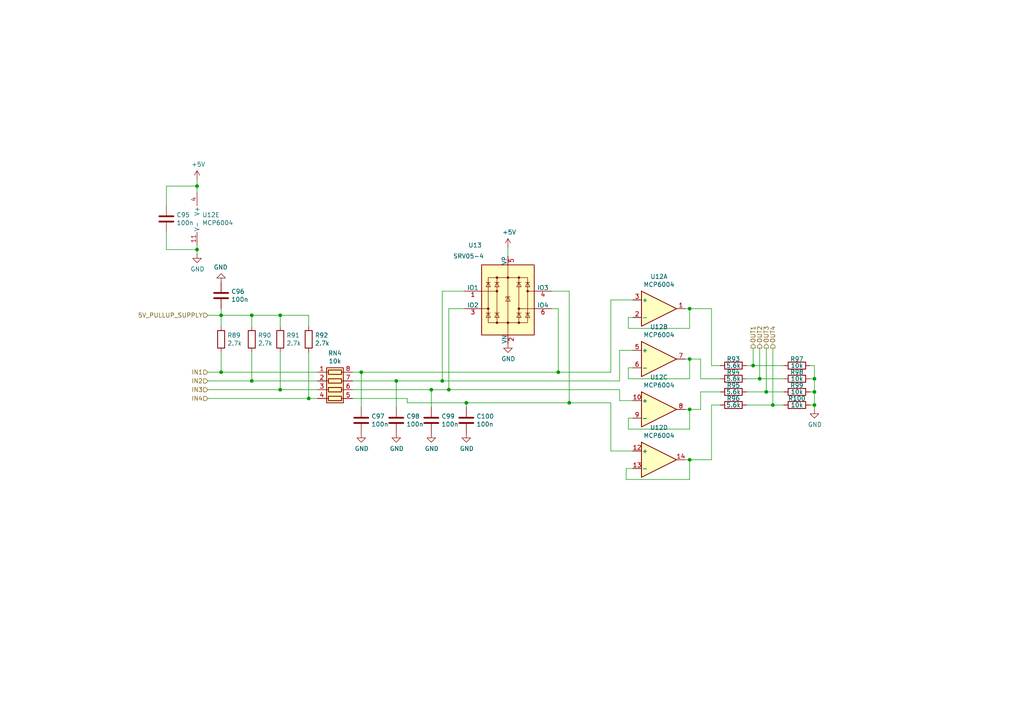
<source format=kicad_sch>
(kicad_sch (version 20231120) (generator "eeschema") (generator_version "8.0")
  (paper "A4")
  (lib_symbols
    (symbol "Amplifier_Operational:MCP6004" (pin_names (offset 0.127))
      (property "Reference" "U" (at 0 5.08 0))
      (property "Value" "MCP6004" (at 0 -5.08 0))
      (symbol "MCP6004_1_1"
        (polyline (pts (xy -5.08 5.08) (xy 5.08 0) (xy -5.08 -5.08) (xy -5.08 5.08)) (stroke (width 0.254)) (fill (type background)))
        (pin output line (at 7.62 0 180) (length 2.54) (name "~") (number "1"))
        (pin input line (at -7.62 -2.54 0) (length 2.54) (name "-") (number "2"))
        (pin input line (at -7.62 2.54 0) (length 2.54) (name "+") (number "3"))
      )
      (symbol "MCP6004_2_1"
        (polyline (pts (xy -5.08 5.08) (xy 5.08 0) (xy -5.08 -5.08) (xy -5.08 5.08)) (stroke (width 0.254)) (fill (type background)))
        (pin input line (at -7.62 2.54 0) (length 2.54) (name "+") (number "5"))
        (pin input line (at -7.62 -2.54 0) (length 2.54) (name "-") (number "6"))
        (pin output line (at 7.62 0 180) (length 2.54) (name "~") (number "7"))
      )
      (symbol "MCP6004_3_1"
        (polyline (pts (xy -5.08 5.08) (xy 5.08 0) (xy -5.08 -5.08) (xy -5.08 5.08)) (stroke (width 0.254)) (fill (type background)))
        (pin input line (at -7.62 2.54 0) (length 2.54) (name "+") (number "10"))
        (pin output line (at 7.62 0 180) (length 2.54) (name "~") (number "8"))
        (pin input line (at -7.62 -2.54 0) (length 2.54) (name "-") (number "9"))
      )
      (symbol "MCP6004_4_1"
        (polyline (pts (xy -5.08 5.08) (xy 5.08 0) (xy -5.08 -5.08) (xy -5.08 5.08)) (stroke (width 0.254)) (fill (type background)))
        (pin input line (at -7.62 2.54 0) (length 2.54) (name "+") (number "12"))
        (pin input line (at -7.62 -2.54 0) (length 2.54) (name "-") (number "13"))
        (pin output line (at 7.62 0 180) (length 2.54) (name "~") (number "14"))
      )
      (symbol "MCP6004_5_1"
        (pin power_in line (at -2.54 -7.62 90) (length 3.81) (name "V-") (number "11"))
        (pin power_in line (at -2.54 7.62 270) (length 3.81) (name "V+") (number "4"))
      )
    )
    (symbol "Device:C" (pin_numbers hide) (pin_names (offset 0.254))
      (property "Reference" "C" (at 0.635 2.54 0))
      (property "Value" "C" (at 0.635 -2.54 0))
      (symbol "C_0_1"
        (polyline (pts (xy -2.032 -0.762) (xy 2.032 -0.762)) (stroke (width 0.508)))
        (polyline (pts (xy -2.032 0.762) (xy 2.032 0.762)) (stroke (width 0.508)))
      )
      (symbol "C_1_1"
        (pin passive line (at 0 3.81 270) (length 2.794) (name "~") (number "1"))
        (pin passive line (at 0 -3.81 90) (length 2.794) (name "~") (number "2"))
      )
    )
    (symbol "Device:R" (pin_numbers hide) (pin_names (offset 0))
      (property "Reference" "R" (at 2.032 0 90))
      (property "Value" "R" (at 0 0 90))
      (symbol "R_0_1"
        (rectangle (start -1.016 -2.54) (end 1.016 2.54) (stroke (width 0.254)))
      )
      (symbol "R_1_1"
        (pin passive line (at 0 3.81 270) (length 1.27) (name "~") (number "1"))
        (pin passive line (at 0 -3.81 90) (length 1.27) (name "~") (number "2"))
      )
    )
    (symbol "Device:R_Pack04" (pin_names (offset 0) hide)
      (property "Reference" "RN" (at -7.62 0 90))
      (property "Value" "R_Pack04" (at 5.08 0 90))
      (symbol "R_Pack04_0_1"
        (rectangle (start -6.35 -2.413) (end 3.81 2.413) (stroke (width 0.254)) (fill (type background)))
        (rectangle (start -5.715 1.905) (end -4.445 -1.905) (stroke (width 0.254)))
        (rectangle (start -3.175 1.905) (end -1.905 -1.905) (stroke (width 0.254)))
        (rectangle (start -0.635 1.905) (end 0.635 -1.905) (stroke (width 0.254)))
        (polyline (pts (xy -5.08 -2.54) (xy -5.08 -1.905)))
        (polyline (pts (xy -5.08 1.905) (xy -5.08 2.54)))
        (polyline (pts (xy -2.54 -2.54) (xy -2.54 -1.905)))
        (polyline (pts (xy -2.54 1.905) (xy -2.54 2.54)))
        (polyline (pts (xy 0 -2.54) (xy 0 -1.905)))
        (polyline (pts (xy 0 1.905) (xy 0 2.54)))
        (polyline (pts (xy 2.54 -2.54) (xy 2.54 -1.905)))
        (polyline (pts (xy 2.54 1.905) (xy 2.54 2.54)))
        (rectangle (start 1.905 1.905) (end 3.175 -1.905) (stroke (width 0.254)))
      )
      (symbol "R_Pack04_1_1"
        (pin passive line (at -5.08 -5.08 90) (length 2.54) (name "R1.1") (number "1"))
        (pin passive line (at -2.54 -5.08 90) (length 2.54) (name "R2.1") (number "2"))
        (pin passive line (at 0 -5.08 90) (length 2.54) (name "R3.1") (number "3"))
        (pin passive line (at 2.54 -5.08 90) (length 2.54) (name "R4.1") (number "4"))
        (pin passive line (at 2.54 5.08 270) (length 2.54) (name "R4.2") (number "5"))
        (pin passive line (at 0 5.08 270) (length 2.54) (name "R3.2") (number "6"))
        (pin passive line (at -2.54 5.08 270) (length 2.54) (name "R2.2") (number "7"))
        (pin passive line (at -5.08 5.08 270) (length 2.54) (name "R1.2") (number "8"))
      )
    )
    (symbol "Power_Protection:SRV05-4" (pin_names (offset 0))
      (property "Reference" "U" (at -5.08 11.43 0))
      (property "Value" "SRV05-4" (at 2.54 11.43 0))
      (symbol "SRV05-4_0_0"
        (rectangle (start -5.715 6.477) (end 5.715 -6.604))
        (polyline (pts (xy -3.175 -6.604) (xy -3.175 6.477)))
        (polyline (pts (xy 3.175 6.477) (xy 3.175 -6.604)))
      )
      (symbol "SRV05-4_0_1"
        (rectangle (start -7.62 10.16) (end 7.62 -10.16) (stroke (width 0.254)) (fill (type background)))
        (circle (center -5.715 -2.54) (radius 0.2794) (fill (type outline)))
        (circle (center -3.175 -6.604) (radius 0.2794) (fill (type outline)))
        (circle (center -3.175 2.54) (radius 0.2794) (fill (type outline)))
        (circle (center -3.175 6.477) (radius 0.2794) (fill (type outline)))
        (circle (center 0 -6.604) (radius 0.2794) (fill (type outline)))
        (polyline (pts (xy -7.747 2.54) (xy -3.175 2.54)))
        (polyline (pts (xy -7.62 -2.54) (xy -5.715 -2.54)))
        (polyline (pts (xy -5.08 -3.81) (xy -6.35 -3.81)))
        (polyline (pts (xy -5.08 5.08) (xy -6.35 5.08)))
        (polyline (pts (xy -2.54 -3.81) (xy -3.81 -3.81)))
        (polyline (pts (xy -2.54 5.08) (xy -3.81 5.08)))
        (polyline (pts (xy 0 10.16) (xy 0 -10.16)))
        (polyline (pts (xy 3.81 -3.81) (xy 2.54 -3.81)))
        (polyline (pts (xy 3.81 5.08) (xy 2.54 5.08)))
        (polyline (pts (xy 6.35 -3.81) (xy 5.08 -3.81)))
        (polyline (pts (xy 6.35 5.08) (xy 5.08 5.08)))
        (polyline (pts (xy 7.62 -2.54) (xy 3.175 -2.54)))
        (polyline (pts (xy 7.62 2.54) (xy 5.715 2.54)))
        (polyline (pts (xy 0.635 0.889) (xy -0.635 0.889) (xy -0.635 0.635)))
        (polyline (pts (xy -5.08 -5.08) (xy -6.35 -5.08) (xy -5.715 -3.81) (xy -5.08 -5.08)))
        (polyline (pts (xy -5.08 3.81) (xy -6.35 3.81) (xy -5.715 5.08) (xy -5.08 3.81)))
        (polyline (pts (xy -2.54 -5.08) (xy -3.81 -5.08) (xy -3.175 -3.81) (xy -2.54 -5.08)))
        (polyline (pts (xy -2.54 3.81) (xy -3.81 3.81) (xy -3.175 5.08) (xy -2.54 3.81)))
        (polyline (pts (xy 0.635 -0.381) (xy -0.635 -0.381) (xy 0 0.889) (xy 0.635 -0.381)))
        (polyline (pts (xy 3.81 -5.08) (xy 2.54 -5.08) (xy 3.175 -3.81) (xy 3.81 -5.08)))
        (polyline (pts (xy 3.81 3.81) (xy 2.54 3.81) (xy 3.175 5.08) (xy 3.81 3.81)))
        (polyline (pts (xy 6.35 -5.08) (xy 5.08 -5.08) (xy 5.715 -3.81) (xy 6.35 -5.08)))
        (polyline (pts (xy 6.35 3.81) (xy 5.08 3.81) (xy 5.715 5.08) (xy 6.35 3.81)))
        (circle (center 0 6.477) (radius 0.2794) (fill (type outline)))
        (circle (center 3.175 -6.604) (radius 0.2794) (fill (type outline)))
        (circle (center 3.175 -2.54) (radius 0.2794) (fill (type outline)))
        (circle (center 3.175 6.477) (radius 0.2794) (fill (type outline)))
        (circle (center 5.715 2.54) (radius 0.2794) (fill (type outline)))
      )
      (symbol "SRV05-4_1_1"
        (pin passive line (at -12.7 2.54 0) (length 5.08) (name "IO1") (number "1"))
        (pin passive line (at 0 -12.7 90) (length 2.54) (name "VN") (number "2"))
        (pin passive line (at -12.7 -2.54 0) (length 5.08) (name "IO2") (number "3"))
        (pin passive line (at 12.7 2.54 180) (length 5.08) (name "IO3") (number "4"))
        (pin passive line (at 0 12.7 270) (length 2.54) (name "VP") (number "5"))
        (pin passive line (at 12.7 -2.54 180) (length 5.08) (name "IO4") (number "6"))
      )
    )
    (symbol "power:+5V" (power) (pin_names (offset 0))
      (property "Value" "+5V" (at 0 3.556 0))
      (symbol "+5V_0_1"
        (polyline (pts (xy -0.762 1.27) (xy 0 2.54)))
        (polyline (pts (xy 0 0) (xy 0 2.54)))
        (polyline (pts (xy 0 2.54) (xy 0.762 1.27)))
      )
      (symbol "+5V_1_1"
        (pin power_in line (at 0 0 90) (length 0) hide (name "+5V") (number "1"))
      )
    )
    (symbol "power:GND" (power) (pin_names (offset 0))
      (property "Value" "GND" (at 0 -3.81 0))
      (symbol "GND_0_1"
        (polyline (pts (xy 0 0) (xy 0 -1.27) (xy 1.27 -1.27) (xy 0 -2.54) (xy -1.27 -1.27) (xy 0 -1.27)))
      )
      (symbol "GND_1_1"
        (pin power_in line (at 0 0 270) (length 0) hide (name "GND") (number "1"))
      )
    )
  )
  (junction (at 236.22 117.475))
  (junction (at 73.025 110.49))
  (junction (at 130.175 113.03))
  (junction (at 200.025 118.745))
  (junction (at 236.22 113.665))
  (junction (at 135.255 116.84))
  (junction (at 161.925 107.95))
  (junction (at 125.095 113.03))
  (junction (at 73.025 91.44))
  (junction (at 200.025 89.535))
  (junction (at 128.27 110.49))
  (junction (at 200.025 104.14))
  (junction (at 114.935 110.49))
  (junction (at 89.535 115.57))
  (junction (at 81.28 91.44))
  (junction (at 222.25 113.665))
  (junction (at 104.775 107.95))
  (junction (at 57.15 53.975))
  (junction (at 236.22 109.855))
  (junction (at 64.135 107.95))
  (junction (at 200.025 133.35))
  (junction (at 220.345 109.855))
  (junction (at 57.15 72.39))
  (junction (at 165.1 116.84))
  (junction (at 81.28 113.03))
  (junction (at 218.44 106.045))
  (junction (at 224.155 117.475))
  (junction (at 64.135 91.44))
  (wire (pts (xy 216.535 106.045) (xy 218.44 106.045)))
  (wire (pts (xy 182.245 95.25) (xy 200.025 95.25)))
  (wire (pts (xy 64.135 91.44) (xy 73.025 91.44)))
  (wire (pts (xy 236.22 109.855) (xy 234.95 109.855)))
  (wire (pts (xy 81.28 91.44) (xy 81.28 94.615)))
  (wire (pts (xy 48.26 72.39) (xy 48.26 67.31)))
  (wire (pts (xy 134.62 84.455) (xy 128.27 84.455)))
  (wire (pts (xy 177.165 116.84) (xy 177.165 130.81)))
  (wire (pts (xy 64.135 102.235) (xy 64.135 107.95)))
  (wire (pts (xy 89.535 115.57) (xy 92.075 115.57)))
  (wire (pts (xy 182.245 124.46) (xy 200.025 124.46)))
  (wire (pts (xy 234.95 106.045) (xy 236.22 106.045)))
  (wire (pts (xy 182.245 106.68) (xy 182.245 109.855)))
  (wire (pts (xy 182.245 92.075) (xy 182.245 95.25)))
  (wire (pts (xy 177.165 107.95) (xy 177.165 86.995)))
  (wire (pts (xy 135.255 118.11) (xy 135.255 116.84)))
  (wire (pts (xy 222.25 100.965) (xy 222.25 113.665)))
  (wire (pts (xy 203.2 118.745) (xy 203.2 113.665)))
  (wire (pts (xy 128.27 84.455) (xy 128.27 110.49)))
  (wire (pts (xy 200.025 133.35) (xy 198.755 133.35)))
  (wire (pts (xy 125.095 113.03) (xy 125.095 118.11)))
  (wire (pts (xy 73.025 110.49) (xy 92.075 110.49)))
  (wire (pts (xy 165.1 116.84) (xy 177.165 116.84)))
  (wire (pts (xy 102.235 115.57) (xy 118.11 115.57)))
  (wire (pts (xy 81.28 102.235) (xy 81.28 113.03)))
  (wire (pts (xy 161.925 107.95) (xy 177.165 107.95)))
  (wire (pts (xy 73.025 102.235) (xy 73.025 110.49)))
  (wire (pts (xy 118.11 115.57) (xy 118.11 116.84)))
  (wire (pts (xy 220.345 109.855) (xy 216.535 109.855)))
  (wire (pts (xy 64.135 91.44) (xy 64.135 94.615)))
  (wire (pts (xy 128.27 110.49) (xy 179.705 110.49)))
  (wire (pts (xy 48.26 59.69) (xy 48.26 53.975)))
  (wire (pts (xy 206.375 106.045) (xy 206.375 89.535)))
  (wire (pts (xy 81.28 91.44) (xy 89.535 91.44)))
  (wire (pts (xy 114.935 110.49) (xy 128.27 110.49)))
  (wire (pts (xy 218.44 106.045) (xy 218.44 100.965)))
  (wire (pts (xy 236.22 117.475) (xy 236.22 113.665)))
  (wire (pts (xy 218.44 106.045) (xy 227.33 106.045)))
  (wire (pts (xy 179.705 101.6) (xy 179.705 110.49)))
  (wire (pts (xy 181.61 135.89) (xy 181.61 139.065)))
  (wire (pts (xy 236.22 113.665) (xy 236.22 109.855)))
  (wire (pts (xy 200.025 118.745) (xy 203.2 118.745)))
  (wire (pts (xy 165.1 84.455) (xy 165.1 116.84)))
  (wire (pts (xy 130.175 113.03) (xy 179.705 113.03)))
  (wire (pts (xy 114.935 110.49) (xy 114.935 118.11)))
  (wire (pts (xy 206.375 117.475) (xy 206.375 133.35)))
  (wire (pts (xy 64.135 89.535) (xy 64.135 91.44)))
  (wire (pts (xy 206.375 89.535) (xy 200.025 89.535)))
  (wire (pts (xy 102.235 113.03) (xy 125.095 113.03)))
  (wire (pts (xy 200.025 109.855) (xy 200.025 104.14)))
  (wire (pts (xy 104.775 118.11) (xy 104.775 107.95)))
  (wire (pts (xy 60.325 107.95) (xy 64.135 107.95)))
  (wire (pts (xy 60.325 91.44) (xy 64.135 91.44)))
  (wire (pts (xy 60.325 115.57) (xy 89.535 115.57)))
  (wire (pts (xy 89.535 102.235) (xy 89.535 115.57)))
  (wire (pts (xy 224.155 117.475) (xy 216.535 117.475)))
  (wire (pts (xy 183.515 135.89) (xy 181.61 135.89)))
  (wire (pts (xy 48.26 53.975) (xy 57.15 53.975)))
  (wire (pts (xy 236.22 106.045) (xy 236.22 109.855)))
  (wire (pts (xy 104.775 107.95) (xy 102.235 107.95)))
  (wire (pts (xy 206.375 133.35) (xy 200.025 133.35)))
  (wire (pts (xy 179.705 116.205) (xy 183.515 116.205)))
  (wire (pts (xy 183.515 121.285) (xy 182.245 121.285)))
  (wire (pts (xy 135.255 116.84) (xy 165.1 116.84)))
  (wire (pts (xy 57.15 73.66) (xy 57.15 72.39)))
  (wire (pts (xy 177.165 86.995) (xy 183.515 86.995)))
  (wire (pts (xy 220.345 100.965) (xy 220.345 109.855)))
  (wire (pts (xy 57.15 72.39) (xy 57.15 71.12)))
  (wire (pts (xy 203.2 104.14) (xy 203.2 109.855)))
  (wire (pts (xy 73.025 91.44) (xy 73.025 94.615)))
  (wire (pts (xy 200.025 104.14) (xy 198.755 104.14)))
  (wire (pts (xy 160.02 89.535) (xy 161.925 89.535)))
  (wire (pts (xy 200.025 89.535) (xy 198.755 89.535)))
  (wire (pts (xy 203.2 113.665) (xy 208.915 113.665)))
  (wire (pts (xy 200.025 124.46) (xy 200.025 118.745)))
  (wire (pts (xy 57.15 72.39) (xy 48.26 72.39)))
  (wire (pts (xy 181.61 139.065) (xy 200.025 139.065)))
  (wire (pts (xy 179.705 113.03) (xy 179.705 116.205)))
  (wire (pts (xy 200.025 118.745) (xy 198.755 118.745)))
  (wire (pts (xy 227.33 117.475) (xy 224.155 117.475)))
  (wire (pts (xy 73.025 91.44) (xy 81.28 91.44)))
  (wire (pts (xy 182.245 109.855) (xy 200.025 109.855)))
  (wire (pts (xy 177.165 130.81) (xy 183.515 130.81)))
  (wire (pts (xy 57.15 53.975) (xy 57.15 55.88)))
  (wire (pts (xy 183.515 101.6) (xy 179.705 101.6)))
  (wire (pts (xy 81.28 113.03) (xy 92.075 113.03)))
  (wire (pts (xy 227.33 109.855) (xy 220.345 109.855)))
  (wire (pts (xy 89.535 91.44) (xy 89.535 94.615)))
  (wire (pts (xy 208.915 106.045) (xy 206.375 106.045)))
  (wire (pts (xy 236.22 113.665) (xy 234.95 113.665)))
  (wire (pts (xy 200.025 139.065) (xy 200.025 133.35)))
  (wire (pts (xy 64.135 107.95) (xy 92.075 107.95)))
  (wire (pts (xy 104.775 107.95) (xy 161.925 107.95)))
  (wire (pts (xy 222.25 113.665) (xy 227.33 113.665)))
  (wire (pts (xy 60.325 113.03) (xy 81.28 113.03)))
  (wire (pts (xy 203.2 109.855) (xy 208.915 109.855)))
  (wire (pts (xy 60.325 110.49) (xy 73.025 110.49)))
  (wire (pts (xy 200.025 95.25) (xy 200.025 89.535)))
  (wire (pts (xy 224.155 117.475) (xy 224.155 100.965)))
  (wire (pts (xy 160.02 84.455) (xy 165.1 84.455)))
  (wire (pts (xy 236.22 118.745) (xy 236.22 117.475)))
  (wire (pts (xy 102.235 110.49) (xy 114.935 110.49)))
  (wire (pts (xy 125.095 113.03) (xy 130.175 113.03)))
  (wire (pts (xy 208.915 117.475) (xy 206.375 117.475)))
  (wire (pts (xy 57.15 52.07) (xy 57.15 53.975)))
  (wire (pts (xy 161.925 89.535) (xy 161.925 107.95)))
  (wire (pts (xy 183.515 92.075) (xy 182.245 92.075)))
  (wire (pts (xy 200.025 104.14) (xy 203.2 104.14)))
  (wire (pts (xy 147.32 71.755) (xy 147.32 74.295)))
  (wire (pts (xy 182.245 121.285) (xy 182.245 124.46)))
  (wire (pts (xy 183.515 106.68) (xy 182.245 106.68)))
  (wire (pts (xy 118.11 116.84) (xy 135.255 116.84)))
  (wire (pts (xy 236.22 117.475) (xy 234.95 117.475)))
  (wire (pts (xy 216.535 113.665) (xy 222.25 113.665)))
  (wire (pts (xy 130.175 113.03) (xy 130.175 89.535)))
  (wire (pts (xy 130.175 89.535) (xy 134.62 89.535)))
  (hierarchical_label "OUT2" (shape output) (at 220.345 100.965 90))
  (hierarchical_label "OUT1" (shape output) (at 218.44 100.965 90))
  (hierarchical_label "OUT3" (shape output) (at 222.25 100.965 90))
  (hierarchical_label "IN4" (shape input) (at 60.325 115.57 180))
  (hierarchical_label "IN2" (shape input) (at 60.325 110.49 180))
  (hierarchical_label "IN1" (shape input) (at 60.325 107.95 180))
  (hierarchical_label "IN3" (shape input) (at 60.325 113.03 180))
  (hierarchical_label "OUT4" (shape output) (at 224.155 100.965 90))
  (hierarchical_label "5V_PULLUP_SUPPLY" (shape input) (at 60.325 91.44 180))
  (symbol (lib_id "Device:R") (at 212.725 109.855 270) (unit 1)
    (property "Reference" "R94" (at 212.725 107.95 90))
    (property "Value" "5.6k" (at 212.725 109.855 90))
    (property "Footprint" "Resistor_SMD:R_0402_1005Metric" (effects (hide yes)))
    (property "LCSC" "C25908" (effects (hide yes)))
    (property "PN" "RC0402FR-075K6L" (effects (hide yes)))
    (instances (project "ECUGDI" (path "" (reference "R94") (unit 1))) (project "proteus" (path "" (reference "R26") (unit 1))))
  )
  (symbol (lib_id "power:GND") (at 236.22 118.745 0) (unit 1)
    (property "Reference" "#PWR0189" (effects (hide yes)))
    (property "Value" "GND" (at 236.347 123.1392 0))
    (instances (project "ECUGDI" (path "" (reference "#PWR0189") (unit 1))) (project "proteus" (path "" (reference "#PWR?") (unit 1)) (path "" (reference "#PWR?") (unit 1)) (path "" (reference "#PWR?") (unit 1)) (path "" (reference "#PWR01105") (unit 1))))
  )
  (symbol (lib_id "Device:C") (at 64.135 85.725 0) (unit 1)
    (property "Reference" "C96" (at 67.056 84.5566 0) (effects (justify left)))
    (property "Value" "100n" (at 67.056 86.868 0) (effects (justify left)))
    (property "Footprint" "Capacitor_SMD:C_0603_1608Metric" (effects (hide yes)))
    (property "LCSC" "C14663" (effects (hide yes)))
    (property "PN" "CC0603KRX7R9BB104" (effects (hide yes)))
    (instances (project "ECUGDI" (path "" (reference "C96") (unit 1))) (project "proteus" (path "" (reference "C?") (unit 1)) (path "" (reference "C?") (unit 1)) (path "" (reference "C?") (unit 1)) (path "" (reference "C1409") (unit 1))))
  )
  (symbol (lib_id "Device:R") (at 89.535 98.425 0) (unit 1)
    (property "Reference" "R92" (at 91.313 97.2566 0) (effects (justify left)))
    (property "Value" "2.7k" (at 91.313 99.568 0) (effects (justify left)))
    (property "Footprint" "Resistor_SMD:R_0603_1608Metric" (effects (hide yes)))
    (property "LCSC" "C13167" (effects (hide yes)))
    (property "PN" "ERJ3EKF2701V" (effects (hide yes)))
    (instances (project "ECUGDI" (path "" (reference "R92") (unit 1))) (project "proteus" (path "" (reference "R?") (unit 1)) (path "" (reference "R?") (unit 1)) (path "" (reference "R?") (unit 1)) (path "" (reference "R1104") (unit 1))))
  )
  (symbol (lib_id "Device:C") (at 135.255 121.92 0) (unit 1)
    (property "Reference" "C100" (at 138.176 120.7516 0) (effects (justify left)))
    (property "Value" "100n" (at 138.176 123.063 0) (effects (justify left)))
    (property "Footprint" "Capacitor_SMD:C_0402_1005Metric" (effects (hide yes)))
    (property "LCSC" "C1525" (effects (hide yes)))
    (property "PN" "CL05B104KO5NNNC" (effects (hide yes)))
    (instances (project "ECUGDI" (path "" (reference "C100") (unit 1))) (project "proteus" (path "" (reference "C16") (unit 1))))
  )
  (symbol (lib_id "Device:R") (at 212.725 106.045 270) (unit 1)
    (property "Reference" "R93" (at 212.725 104.14 90))
    (property "Value" "5.6k" (at 212.725 106.045 90))
    (property "Footprint" "Resistor_SMD:R_0402_1005Metric" (effects (hide yes)))
    (property "LCSC" "C25908" (effects (hide yes)))
    (property "PN" "RC0402FR-075K6L" (effects (hide yes)))
    (instances (project "ECUGDI" (path "" (reference "R93") (unit 1))) (project "proteus" (path "" (reference "R25") (unit 1))))
  )
  (symbol (lib_id "Device:R") (at 231.14 113.665 270) (unit 1)
    (property "Reference" "R99" (at 231.14 111.76 90))
    (property "Value" "10k" (at 231.14 113.665 90))
    (property "Footprint" "Resistor_SMD:R_0402_1005Metric" (effects (hide yes)))
    (property "LCSC" "C25744" (effects (hide yes)))
    (property "PN" "RC0402FR-0710KL" (effects (hide yes)))
    (instances (project "ECUGDI" (path "" (reference "R99") (unit 1))) (project "proteus" (path "" (reference "R31") (unit 1))))
  )
  (symbol (lib_id "power:GND") (at 114.935 125.73 0) (unit 1)
    (property "Reference" "#PWR0184" (effects (hide yes)))
    (property "Value" "GND" (at 115.062 130.1242 0))
    (instances (project "ECUGDI" (path "" (reference "#PWR0184") (unit 1))) (project "proteus" (path "" (reference "#PWR?") (unit 1)) (path "" (reference "#PWR?") (unit 1)) (path "" (reference "#PWR?") (unit 1)) (path "" (reference "#PWR01107") (unit 1))))
  )
  (symbol (lib_id "power:GND") (at 147.32 99.695 0) (unit 1)
    (property "Reference" "#PWR0188" (effects (hide yes)))
    (property "Value" "GND" (at 147.447 104.0892 0))
    (instances (project "ECUGDI" (path "" (reference "#PWR0188") (unit 1))) (project "proteus" (path "" (reference "#PWR?") (unit 1)) (path "" (reference "#PWR?") (unit 1)) (path "" (reference "#PWR?") (unit 1)) (path "" (reference "#PWR0272") (unit 1))))
  )
  (symbol (lib_id "power:GND") (at 135.255 125.73 0) (unit 1)
    (property "Reference" "#PWR0186" (effects (hide yes)))
    (property "Value" "GND" (at 135.382 130.1242 0))
    (instances (project "ECUGDI" (path "" (reference "#PWR0186") (unit 1))) (project "proteus" (path "" (reference "#PWR?") (unit 1)) (path "" (reference "#PWR?") (unit 1)) (path "" (reference "#PWR?") (unit 1)) (path "" (reference "#PWR01109") (unit 1))))
  )
  (symbol (lib_id "power:GND") (at 125.095 125.73 0) (unit 1)
    (property "Reference" "#PWR0185" (effects (hide yes)))
    (property "Value" "GND" (at 125.222 130.1242 0))
    (instances (project "ECUGDI" (path "" (reference "#PWR0185") (unit 1))) (project "proteus" (path "" (reference "#PWR?") (unit 1)) (path "" (reference "#PWR?") (unit 1)) (path "" (reference "#PWR?") (unit 1)) (path "" (reference "#PWR01108") (unit 1))))
  )
  (symbol (lib_id "Amplifier_Operational:MCP6004") (at 59.69 63.5 0) (unit 5)
    (property "Reference" "U12" (at 58.6232 62.3316 0) (effects (justify left)))
    (property "Value" "MCP6004" (at 58.6232 64.643 0) (effects (justify left)))
    (property "Footprint" "Package_SO:TSSOP-14_4.4x5mm_P0.65mm" (effects (hide yes)))
    (property "Datasheet" "http://ww1.microchip.com/downloads/en/DeviceDoc/21733j.pdf" (effects (hide yes)))
    (property "PN" "MCP6004T-I/ST" (effects (hide yes)))
    (property "LCSC" "C50282" (effects (hide yes)))
    (instances (project "ECUGDI" (path "" (reference "U12") (unit 5))) (project "proteus" (path "" (reference "U?") (unit 5)) (path "" (reference "U?") (unit 5)) (path "" (reference "U?") (unit 5)) (path "" (reference "U1101") (unit 5))))
  )
  (symbol (lib_id "Device:R") (at 64.135 98.425 0) (unit 1)
    (property "Reference" "R89" (at 65.913 97.2566 0) (effects (justify left)))
    (property "Value" "2.7k" (at 65.913 99.568 0) (effects (justify left)))
    (property "Footprint" "Resistor_SMD:R_0603_1608Metric" (effects (hide yes)))
    (property "LCSC" "C13167" (effects (hide yes)))
    (property "PN" "ERJ3EKF2701V" (effects (hide yes)))
    (instances (project "ECUGDI" (path "" (reference "R89") (unit 1))) (project "proteus" (path "" (reference "R?") (unit 1)) (path "" (reference "R?") (unit 1)) (path "" (reference "R?") (unit 1)) (path "" (reference "R1101") (unit 1))))
  )
  (symbol (lib_id "Power_Protection:SRV05-4") (at 147.32 86.995 0) (unit 1)
    (property "Reference" "U13" (at 137.795 71.12 0))
    (property "Value" "SRV05-4" (at 135.89 74.295 0))
    (property "Footprint" "Package_TO_SOT_SMD:SOT-23-6" (effects (hide yes)))
    (property "Datasheet" "http://www.onsemi.com/pub/Collateral/SRV05-4-D.PDF" (effects (hide yes)))
    (property "LCSC" "C85364" (effects (hide yes)))
    (property "PN" "SRV05-4-P-T7" (effects (hide yes)))
    (instances (project "ECUGDI" (path "" (reference "U13") (unit 1))) (project "proteus" (path "" (reference "U4") (unit 1))))
  )
  (symbol (lib_id "Device:R") (at 212.725 117.475 270) (unit 1)
    (property "Reference" "R96" (at 212.725 115.57 90))
    (property "Value" "5.6k" (at 212.725 117.475 90))
    (property "Footprint" "Resistor_SMD:R_0402_1005Metric" (effects (hide yes)))
    (property "LCSC" "C25908" (effects (hide yes)))
    (property "PN" "RC0402FR-075K6L" (effects (hide yes)))
    (instances (project "ECUGDI" (path "" (reference "R96") (unit 1))) (project "proteus" (path "" (reference "R28") (unit 1))))
  )
  (symbol (lib_id "Device:R") (at 231.14 106.045 270) (unit 1)
    (property "Reference" "R97" (at 231.14 104.14 90))
    (property "Value" "10k" (at 231.14 106.045 90))
    (property "Footprint" "Resistor_SMD:R_0402_1005Metric" (effects (hide yes)))
    (property "LCSC" "C25744" (effects (hide yes)))
    (property "PN" "RC0402FR-0710KL" (effects (hide yes)))
    (instances (project "ECUGDI" (path "" (reference "R97") (unit 1))) (project "proteus" (path "" (reference "R29") (unit 1))))
  )
  (symbol (lib_id "power:GND") (at 104.775 125.73 0) (unit 1)
    (property "Reference" "#PWR0183" (effects (hide yes)))
    (property "Value" "GND" (at 104.902 130.1242 0))
    (instances (project "ECUGDI" (path "" (reference "#PWR0183") (unit 1))) (project "proteus" (path "" (reference "#PWR?") (unit 1)) (path "" (reference "#PWR?") (unit 1)) (path "" (reference "#PWR?") (unit 1)) (path "" (reference "#PWR01106") (unit 1))))
  )
  (symbol (lib_id "Device:C") (at 114.935 121.92 0) (unit 1)
    (property "Reference" "C98" (at 117.856 120.7516 0) (effects (justify left)))
    (property "Value" "100n" (at 117.856 123.063 0) (effects (justify left)))
    (property "Footprint" "Capacitor_SMD:C_0402_1005Metric" (effects (hide yes)))
    (property "LCSC" "C1525" (effects (hide yes)))
    (property "PN" "CL05B104KO5NNNC" (effects (hide yes)))
    (instances (project "ECUGDI" (path "" (reference "C98") (unit 1))) (project "proteus" (path "" (reference "C14") (unit 1))))
  )
  (symbol (lib_id "Device:R") (at 231.14 109.855 270) (unit 1)
    (property "Reference" "R98" (at 231.14 107.95 90))
    (property "Value" "10k" (at 231.14 109.855 90))
    (property "Footprint" "Resistor_SMD:R_0402_1005Metric" (effects (hide yes)))
    (property "LCSC" "C25744" (effects (hide yes)))
    (property "PN" "RC0402FR-0710KL" (effects (hide yes)))
    (instances (project "ECUGDI" (path "" (reference "R98") (unit 1))) (project "proteus" (path "" (reference "R30") (unit 1))))
  )
  (symbol (lib_id "Device:R") (at 231.14 117.475 270) (unit 1)
    (property "Reference" "R100" (at 231.14 115.57 90))
    (property "Value" "10k" (at 231.14 117.475 90))
    (property "Footprint" "Resistor_SMD:R_0402_1005Metric" (effects (hide yes)))
    (property "LCSC" "C25744" (effects (hide yes)))
    (property "PN" "RC0402FR-0710KL" (effects (hide yes)))
    (instances (project "ECUGDI" (path "" (reference "R100") (unit 1))) (project "proteus" (path "" (reference "R32") (unit 1))))
  )
  (symbol (lib_id "Device:R") (at 81.28 98.425 0) (unit 1)
    (property "Reference" "R91" (at 83.058 97.2566 0) (effects (justify left)))
    (property "Value" "2.7k" (at 83.058 99.568 0) (effects (justify left)))
    (property "Footprint" "Resistor_SMD:R_0603_1608Metric" (effects (hide yes)))
    (property "LCSC" "C13167" (effects (hide yes)))
    (property "PN" "ERJ3EKF2701V" (effects (hide yes)))
    (instances (project "ECUGDI" (path "" (reference "R91") (unit 1))) (project "proteus" (path "" (reference "R?") (unit 1)) (path "" (reference "R?") (unit 1)) (path "" (reference "R?") (unit 1)) (path "" (reference "R1103") (unit 1))))
  )
  (symbol (lib_id "Device:R") (at 212.725 113.665 270) (unit 1)
    (property "Reference" "R95" (at 212.725 111.76 90))
    (property "Value" "5.6k" (at 212.725 113.665 90))
    (property "Footprint" "Resistor_SMD:R_0402_1005Metric" (effects (hide yes)))
    (property "LCSC" "C25908" (effects (hide yes)))
    (property "PN" "RC0402FR-075K6L" (effects (hide yes)))
    (instances (project "ECUGDI" (path "" (reference "R95") (unit 1))) (project "proteus" (path "" (reference "R27") (unit 1))))
  )
  (symbol (lib_id "Amplifier_Operational:MCP6004") (at 191.135 104.14 0) (unit 2)
    (property "Reference" "U12" (at 191.135 94.8182 0))
    (property "Value" "MCP6004" (at 191.135 97.1296 0))
    (property "Footprint" "Package_SO:TSSOP-14_4.4x5mm_P0.65mm" (effects (hide yes)))
    (property "Datasheet" "http://ww1.microchip.com/downloads/en/DeviceDoc/21733j.pdf" (effects (hide yes)))
    (property "LCSC" "C50282" (effects (hide yes)))
    (property "PN" "MCP6004T-I/ST" (effects (hide yes)))
    (instances (project "ECUGDI" (path "" (reference "U12") (unit 2))) (project "proteus" (path "" (reference "U?") (unit 2)) (path "" (reference "U?") (unit 2)) (path "" (reference "U?") (unit 2)) (path "" (reference "U1101") (unit 2))))
  )
  (symbol (lib_id "power:+5V") (at 57.15 52.07 0) (unit 1)
    (property "Reference" "#PWR0180" (effects (hide yes)))
    (property "Value" "+5V" (at 57.531 47.6758 0))
    (instances (project "ECUGDI" (path "" (reference "#PWR0180") (unit 1))) (project "proteus" (path "" (reference "#PWR0218") (unit 1))))
  )
  (symbol (lib_id "Device:C") (at 104.775 121.92 0) (unit 1)
    (property "Reference" "C97" (at 107.696 120.7516 0) (effects (justify left)))
    (property "Value" "100n" (at 107.696 123.063 0) (effects (justify left)))
    (property "Footprint" "Capacitor_SMD:C_0402_1005Metric" (effects (hide yes)))
    (property "LCSC" "C1525" (effects (hide yes)))
    (property "PN" "CL05B104KO5NNNC" (effects (hide yes)))
    (instances (project "ECUGDI" (path "" (reference "C97") (unit 1))) (project "proteus" (path "" (reference "C13") (unit 1))))
  )
  (symbol (lib_id "power:GND") (at 64.135 81.915 180) (unit 1)
    (property "Reference" "#PWR0182" (effects (hide yes)))
    (property "Value" "GND" (at 64.008 77.5208 0))
    (instances (project "ECUGDI" (path "" (reference "#PWR0182") (unit 1))) (project "proteus" (path "" (reference "#PWR?") (unit 1)) (path "" (reference "#PWR?") (unit 1)) (path "" (reference "#PWR?") (unit 1)) (path "" (reference "#PWR0210") (unit 1))))
  )
  (symbol (lib_id "Amplifier_Operational:MCP6004") (at 191.135 89.535 0) (unit 1)
    (property "Reference" "U12" (at 191.135 80.2132 0))
    (property "Value" "MCP6004" (at 191.135 82.5246 0))
    (property "Footprint" "Package_SO:TSSOP-14_4.4x5mm_P0.65mm" (effects (hide yes)))
    (property "Datasheet" "http://ww1.microchip.com/downloads/en/DeviceDoc/21733j.pdf" (effects (hide yes)))
    (property "LCSC" "C50282" (effects (hide yes)))
    (property "PN" "MCP6004T-I/ST" (effects (hide yes)))
    (instances (project "ECUGDI" (path "" (reference "U12") (unit 1))) (project "proteus" (path "" (reference "U?") (unit 1)) (path "" (reference "U?") (unit 1)) (path "" (reference "U?") (unit 1)) (path "" (reference "U1101") (unit 1))))
  )
  (symbol (lib_id "Device:R_Pack04") (at 97.155 113.03 270) (unit 1)
    (property "Reference" "RN4" (at 97.155 102.4382 90))
    (property "Value" "10k" (at 97.155 104.7496 90))
    (property "Footprint" "Resistor_SMD:R_Array_Convex_4x0603" (effects (hide yes)))
    (property "LCSC" "C29718" (effects (hide yes)))
    (property "PN" "YC164-JR-0710KL" (effects (hide yes)))
    (instances (project "ECUGDI" (path "" (reference "RN4") (unit 1))) (project "proteus" (path "" (reference "RN?") (unit 1)) (path "" (reference "RN?") (unit 1)) (path "" (reference "RN?") (unit 1)) (path "" (reference "RN1101") (unit 1))))
  )
  (symbol (lib_id "Device:C") (at 48.26 63.5 0) (unit 1)
    (property "Reference" "C95" (at 51.181 62.3316 0) (effects (justify left)))
    (property "Value" "100n" (at 51.181 64.643 0) (effects (justify left)))
    (property "Footprint" "Capacitor_SMD:C_0603_1608Metric" (effects (hide yes)))
    (property "LCSC" "C14663" (effects (hide yes)))
    (property "PN" "CC0603KRX7R9BB104" (effects (hide yes)))
    (instances (project "ECUGDI" (path "" (reference "C95") (unit 1))) (project "proteus" (path "" (reference "C?") (unit 1)) (path "" (reference "C?") (unit 1)) (path "" (reference "C?") (unit 1)) (path "" (reference "C1101") (unit 1))))
  )
  (symbol (lib_id "Device:R") (at 73.025 98.425 0) (unit 1)
    (property "Reference" "R90" (at 74.803 97.2566 0) (effects (justify left)))
    (property "Value" "2.7k" (at 74.803 99.568 0) (effects (justify left)))
    (property "Footprint" "Resistor_SMD:R_0603_1608Metric" (effects (hide yes)))
    (property "LCSC" "C13167" (effects (hide yes)))
    (property "PN" "ERJ3EKF2701V" (effects (hide yes)))
    (instances (project "ECUGDI" (path "" (reference "R90") (unit 1))) (project "proteus" (path "" (reference "R?") (unit 1)) (path "" (reference "R?") (unit 1)) (path "" (reference "R?") (unit 1)) (path "" (reference "R1102") (unit 1))))
  )
  (symbol (lib_id "Amplifier_Operational:MCP6004") (at 191.135 118.745 0) (unit 3)
    (property "Reference" "U12" (at 191.135 109.4232 0))
    (property "Value" "MCP6004" (at 191.135 111.7346 0))
    (property "Footprint" "Package_SO:TSSOP-14_4.4x5mm_P0.65mm" (effects (hide yes)))
    (property "Datasheet" "http://ww1.microchip.com/downloads/en/DeviceDoc/21733j.pdf" (effects (hide yes)))
    (property "LCSC" "C50282" (effects (hide yes)))
    (property "PN" "MCP6004T-I/ST" (effects (hide yes)))
    (instances (project "ECUGDI" (path "" (reference "U12") (unit 3))) (project "proteus" (path "" (reference "U?") (unit 3)) (path "" (reference "U?") (unit 3)) (path "" (reference "U?") (unit 3)) (path "" (reference "U1101") (unit 3))))
  )
  (symbol (lib_id "Device:C") (at 125.095 121.92 0) (unit 1)
    (property "Reference" "C99" (at 128.016 120.7516 0) (effects (justify left)))
    (property "Value" "100n" (at 128.016 123.063 0) (effects (justify left)))
    (property "Footprint" "Capacitor_SMD:C_0402_1005Metric" (effects (hide yes)))
    (property "LCSC" "C1525" (effects (hide yes)))
    (property "PN" "CL05B104KO5NNNC" (effects (hide yes)))
    (instances (project "ECUGDI" (path "" (reference "C99") (unit 1))) (project "proteus" (path "" (reference "C15") (unit 1))))
  )
  (symbol (lib_id "Amplifier_Operational:MCP6004") (at 191.135 133.35 0) (unit 4)
    (property "Reference" "U12" (at 191.135 124.0282 0))
    (property "Value" "MCP6004" (at 191.135 126.3396 0))
    (property "Footprint" "Package_SO:TSSOP-14_4.4x5mm_P0.65mm" (effects (hide yes)))
    (property "Datasheet" "http://ww1.microchip.com/downloads/en/DeviceDoc/21733j.pdf" (effects (hide yes)))
    (property "LCSC" "C50282" (effects (hide yes)))
    (property "PN" "MCP6004T-I/ST" (effects (hide yes)))
    (instances (project "ECUGDI" (path "" (reference "U12") (unit 4))) (project "proteus" (path "" (reference "U?") (unit 4)) (path "" (reference "U?") (unit 4)) (path "" (reference "U?") (unit 4)) (path "" (reference "U1101") (unit 4))))
  )
  (symbol (lib_id "power:GND") (at 57.15 73.66 0) (unit 1)
    (property "Reference" "#PWR0181" (effects (hide yes)))
    (property "Value" "GND" (at 57.277 78.0542 0))
    (instances (project "ECUGDI" (path "" (reference "#PWR0181") (unit 1))) (project "proteus" (path "" (reference "#PWR?") (unit 1)) (path "" (reference "#PWR?") (unit 1)) (path "" (reference "#PWR?") (unit 1)) (path "" (reference "#PWR01102") (unit 1))))
  )
  (symbol (lib_id "power:+5V") (at 147.32 71.755 0) (unit 1)
    (property "Reference" "#PWR0187" (effects (hide yes)))
    (property "Value" "+5V" (at 147.701 67.3608 0))
    (instances (project "ECUGDI" (path "" (reference "#PWR0187") (unit 1))) (project "proteus" (path "" (reference "#PWR0273") (unit 1))))
  )
)
</source>
